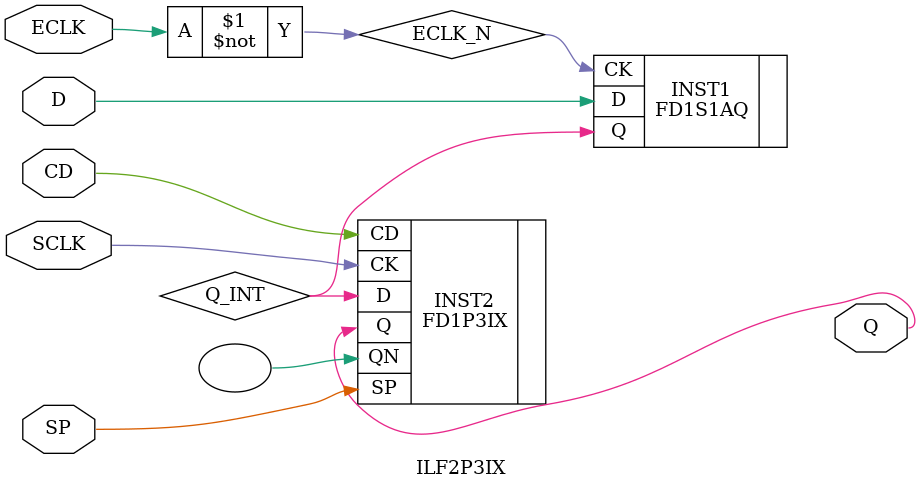
<source format=v>
`resetall
`timescale 1 ns / 100 ps

`celldefine

module ILF2P3IX (D, SP, ECLK, SCLK, CD, Q);
  parameter DISABLED_GSR = 0;
  defparam INST2.DISABLED_GSR = DISABLED_GSR;
  input  D, SP, ECLK, SCLK, CD;
  output Q;
  not (ECLK_N, ECLK);
  FD1S1AQ INST1 (.D(D), .CK(ECLK_N), .Q(Q_INT));
  FD1P3IX INST2 (.D(Q_INT), .SP(SP), .CK(SCLK), .CD(CD),
                 .Q(Q), .QN());

endmodule

`endcelldefine

</source>
